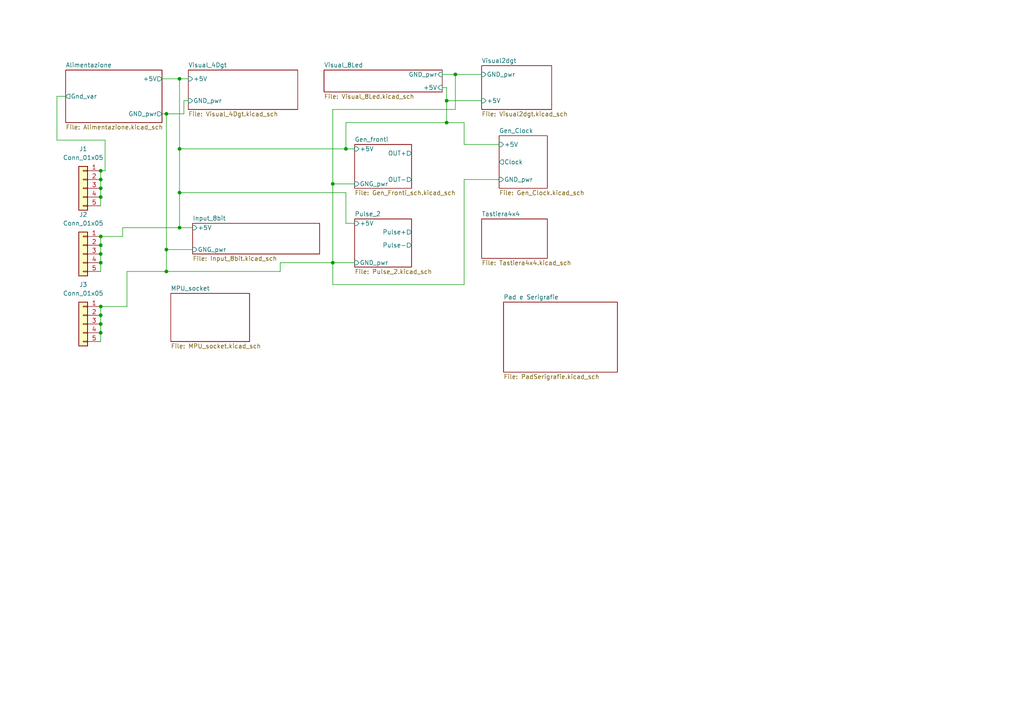
<source format=kicad_sch>
(kicad_sch (version 20211123) (generator eeschema)
  (paper "A4")
  (title_block (title "Progetto di DemoBoard per Elettronica Digitale") (date "2023-02-12") (rev "1") (company "Officine Einstein,  Roma") (comment 1 "IIS Einstein-Bachelet, Roma") (comment 3 "MP_23") (comment 4 "Laboratorio di Tecnologie e Progettazione di Sistemi Elettronici"))
  (lib_symbols
    (symbol "Connector_Generic:Conn_01x05" (pin_names (offset 1.016) hide)
      (property "Reference" "J" (at 0 7.62 0))
      (property "Value" "Conn_01x05" (at 0 -7.62 0))
      (symbol "Conn_01x05_1_1"
        (rectangle (start -1.27 -4.953) (end 0 -5.207) (stroke (width 0.1524)))
        (rectangle (start -1.27 -2.413) (end 0 -2.667) (stroke (width 0.1524)))
        (rectangle (start -1.27 0.127) (end 0 -0.127) (stroke (width 0.1524)))
        (rectangle (start -1.27 2.667) (end 0 2.413) (stroke (width 0.1524)))
        (rectangle (start -1.27 5.207) (end 0 4.953) (stroke (width 0.1524)))
        (rectangle (start -1.27 6.35) (end 1.27 -6.35) (stroke (width 0.254)) (fill (type background)))
        (pin passive line (at -5.08 5.08 0) (length 3.81) (name "Pin_1") (number "1"))
        (pin passive line (at -5.08 2.54 0) (length 3.81) (name "Pin_2") (number "2"))
        (pin passive line (at -5.08 0 0) (length 3.81) (name "Pin_3") (number "3"))
        (pin passive line (at -5.08 -2.54 0) (length 3.81) (name "Pin_4") (number "4"))
        (pin passive line (at -5.08 -5.08 0) (length 3.81) (name "Pin_5") (number "5"))
      )
    )
  )
  (junction (at 29.21 71.12))
  (junction (at 96.52 76.2))
  (junction (at 29.21 88.9))
  (junction (at 29.21 93.98))
  (junction (at 29.21 57.15))
  (junction (at 52.07 22.86))
  (junction (at 52.07 43.18))
  (junction (at 96.52 53.34))
  (junction (at 129.54 35.56))
  (junction (at 29.21 68.58))
  (junction (at 100.33 43.18))
  (junction (at 52.07 55.88))
  (junction (at 29.21 91.44))
  (junction (at 48.26 33.02))
  (junction (at 29.21 96.52))
  (junction (at 29.21 54.61))
  (junction (at 29.21 52.07))
  (junction (at 29.21 73.66))
  (junction (at 52.07 66.04))
  (junction (at 29.21 49.53))
  (junction (at 29.21 76.2))
  (junction (at 132.08 21.59))
  (junction (at 48.26 72.39))
  (junction (at 129.54 29.21))
  (junction (at 48.26 78.74))
  (wire (pts (xy 100.33 43.18) (xy 102.87 43.18)))
  (wire (pts (xy 48.26 78.74) (xy 36.83 78.74)))
  (wire (pts (xy 96.52 82.55) (xy 96.52 76.2)))
  (wire (pts (xy 134.62 82.55) (xy 96.52 82.55)))
  (wire (pts (xy 29.21 88.9) (xy 29.21 91.44)))
  (wire (pts (xy 96.52 53.34) (xy 96.52 76.2)))
  (wire (pts (xy 29.21 93.98) (xy 29.21 96.52)))
  (wire (pts (xy 16.51 40.64) (xy 30.48 40.64)))
  (wire (pts (xy 29.21 54.61) (xy 29.21 57.15)))
  (wire (pts (xy 81.28 78.74) (xy 48.26 78.74)))
  (wire (pts (xy 100.33 55.88) (xy 52.07 55.88)))
  (wire (pts (xy 48.26 33.02) (xy 48.26 72.39)))
  (wire (pts (xy 96.52 76.2) (xy 81.28 76.2)))
  (wire (pts (xy 30.48 49.53) (xy 29.21 49.53)))
  (wire (pts (xy 96.52 53.34) (xy 96.52 31.75)))
  (wire (pts (xy 35.56 68.58) (xy 29.21 68.58)))
  (wire (pts (xy 81.28 76.2) (xy 81.28 78.74)))
  (wire (pts (xy 52.07 22.86) (xy 54.61 22.86)))
  (wire (pts (xy 134.62 35.56) (xy 134.62 41.91)))
  (wire (pts (xy 132.08 21.59) (xy 128.27 21.59)))
  (wire (pts (xy 48.26 33.02) (xy 53.34 33.02)))
  (wire (pts (xy 132.08 31.75) (xy 132.08 21.59)))
  (wire (pts (xy 48.26 78.74) (xy 48.26 72.39)))
  (wire (pts (xy 29.21 52.07) (xy 29.21 54.61)))
  (wire (pts (xy 102.87 76.2) (xy 96.52 76.2)))
  (wire (pts (xy 100.33 35.56) (xy 100.33 43.18)))
  (wire (pts (xy 36.83 88.9) (xy 29.21 88.9)))
  (wire (pts (xy 100.33 64.77) (xy 100.33 55.88)))
  (wire (pts (xy 29.21 73.66) (xy 29.21 76.2)))
  (wire (pts (xy 52.07 55.88) (xy 52.07 66.04)))
  (wire (pts (xy 129.54 25.4) (xy 129.54 29.21)))
  (wire (pts (xy 19.05 27.94) (xy 16.51 27.94)))
  (wire (pts (xy 128.27 25.4) (xy 129.54 25.4)))
  (wire (pts (xy 46.99 33.02) (xy 48.26 33.02)))
  (wire (pts (xy 29.21 57.15) (xy 29.21 59.69)))
  (wire (pts (xy 53.34 29.21) (xy 54.61 29.21)))
  (wire (pts (xy 46.99 22.86) (xy 52.07 22.86)))
  (wire (pts (xy 134.62 52.07) (xy 134.62 82.55)))
  (wire (pts (xy 29.21 71.12) (xy 29.21 73.66)))
  (wire (pts (xy 30.48 40.64) (xy 30.48 49.53)))
  (wire (pts (xy 36.83 78.74) (xy 36.83 88.9)))
  (wire (pts (xy 52.07 22.86) (xy 52.07 43.18)))
  (wire (pts (xy 96.52 31.75) (xy 132.08 31.75)))
  (wire (pts (xy 29.21 68.58) (xy 29.21 71.12)))
  (wire (pts (xy 16.51 27.94) (xy 16.51 40.64)))
  (wire (pts (xy 129.54 29.21) (xy 139.7 29.21)))
  (wire (pts (xy 129.54 29.21) (xy 129.54 35.56)))
  (wire (pts (xy 102.87 64.77) (xy 100.33 64.77)))
  (wire (pts (xy 129.54 35.56) (xy 100.33 35.56)))
  (wire (pts (xy 29.21 91.44) (xy 29.21 93.98)))
  (wire (pts (xy 48.26 72.39) (xy 55.88 72.39)))
  (wire (pts (xy 102.87 53.34) (xy 96.52 53.34)))
  (wire (pts (xy 52.07 43.18) (xy 52.07 55.88)))
  (wire (pts (xy 29.21 76.2) (xy 29.21 78.74)))
  (wire (pts (xy 134.62 41.91) (xy 144.78 41.91)))
  (wire (pts (xy 52.07 66.04) (xy 55.88 66.04)))
  (wire (pts (xy 53.34 33.02) (xy 53.34 29.21)))
  (wire (pts (xy 52.07 43.18) (xy 100.33 43.18)))
  (wire (pts (xy 29.21 49.53) (xy 29.21 52.07)))
  (wire (pts (xy 132.08 21.59) (xy 139.7 21.59)))
  (wire (pts (xy 52.07 66.04) (xy 35.56 66.04)))
  (wire (pts (xy 134.62 52.07) (xy 144.78 52.07)))
  (wire (pts (xy 129.54 35.56) (xy 134.62 35.56)))
  (wire (pts (xy 35.56 66.04) (xy 35.56 68.58)))
  (wire (pts (xy 29.21 96.52) (xy 29.21 99.06)))
  (symbol (lib_id "Connector_Generic:Conn_01x05") (at 24.13 54.61 0) (mirror y) (unit 1)
    (property "Reference" "J1" (at 24.13 43.18 0))
    (property "Value" "Conn_01x05" (at 24.13 45.72 0))
  )
  (symbol (lib_id "Connector_Generic:Conn_01x05") (at 24.13 73.66 0) (mirror y) (unit 1)
    (property "Reference" "J2" (at 24.13 62.23 0))
    (property "Value" "Conn_01x05" (at 24.13 64.77 0))
  )
  (symbol (lib_id "Connector_Generic:Conn_01x05") (at 24.13 93.98 0) (mirror y) (unit 1)
    (property "Reference" "J3" (at 24.13 82.55 0))
    (property "Value" "Conn_01x05" (at 24.13 85.09 0))
  )
  (sheet (at 102.87 63.5) (size 16.51 13.97) (stroke (width 0.1524))
    (property "Sheet name" "Pulse_2" (at 102.87 62.7884 0) (effects (justify left bottom)))
    (property "Sheet file" "Pulse_2.kicad_sch" (at 102.87 78.0546 0) (effects (justify left top)))
    (pin "Pulse+" output (at 119.38 67.31 0))
    (pin "Pulse-" output (at 119.38 71.12 0))
    (pin "+5V" input (at 102.87 64.77 180))
    (pin "GND_pwr" input (at 102.87 76.2 180))
  )
  (sheet (at 146.05 87.63) (size 33.02 20.32) (stroke (width 0.1524))
    (property "Sheet name" "Pad e Serigrafie" (at 146.05 86.9184 0) (effects (justify left bottom)))
    (property "Sheet file" "PadSerigrafie.kicad_sch" (at 146.05 108.5346 0) (effects (justify left top)))
  )
  (sheet (at 102.87 41.91) (size 16.51 12.7) (stroke (width 0.1524))
    (property "Sheet name" "Gen_fronti" (at 102.87 41.1984 0) (effects (justify left bottom)))
    (property "Sheet file" "Gen_Fronti_sch.kicad_sch" (at 102.87 55.1946 0) (effects (justify left top)))
    (pin "GNG_pwr" input (at 102.87 53.34 180))
    (pin "+5V" input (at 102.87 43.18 180))
    (pin "OUT+" output (at 119.38 44.45 0))
    (pin "OUT-" output (at 119.38 52.07 0))
  )
  (sheet (at 54.61 20.32) (size 31.75 11.43) (stroke (width 0.1524))
    (property "Sheet name" "Visual_4Dgt" (at 54.61 19.6084 0) (effects (justify left bottom)))
    (property "Sheet file" "Visual_4Dgt.kicad_sch" (at 54.61 32.3346 0) (effects (justify left top)))
    (pin "GND_pwr" input (at 54.61 29.21 180))
    (pin "+5V" input (at 54.61 22.86 180))
  )
  (sheet (at 49.53 85.09) (size 22.86 13.97) (stroke (width 0.1524))
    (property "Sheet name" "MPU_socket" (at 49.53 84.3784 0) (effects (justify left bottom)))
    (property "Sheet file" "MPU_socket.kicad_sch" (at 49.53 99.6446 0) (effects (justify left top)))
  )
  (sheet (at 139.7 63.5) (size 19.05 11.43) (stroke (width 0.1524))
    (property "Sheet name" "Tastiera4x4" (at 139.7 62.7884 0) (effects (justify left bottom)))
    (property "Sheet file" "Tastiera4x4.kicad_sch" (at 139.7 75.5146 0) (effects (justify left top)))
  )
  (sheet (at 144.78 39.37) (size 13.97 15.24) (stroke (width 0.1524))
    (property "Sheet name" "Gen_Clock" (at 144.78 38.6584 0) (effects (justify left bottom)))
    (property "Sheet file" "Gen_Clock.kicad_sch" (at 144.78 55.1946 0) (effects (justify left top)))
    (pin "GND_pwr" input (at 144.78 52.07 180))
    (pin "Clock" output (at 144.78 46.99 180))
    (pin "+5V" input (at 144.78 41.91 180))
  )
  (sheet (at 139.7 19.05) (size 20.32 12.7) (stroke (width 0.1524))
    (property "Sheet name" "Visual2dgt" (at 139.7 18.3384 0) (effects (justify left bottom)))
    (property "Sheet file" "Visual2dgt.kicad_sch" (at 139.7 32.3346 0) (effects (justify left top)))
    (pin "GND_pwr" input (at 139.7 21.59 180))
    (pin "+5V" input (at 139.7 29.21 180))
  )
  (sheet (at 93.98 20.32) (size 34.29 6.35) (stroke (width 0.1524))
    (property "Sheet name" "Visual_8Led" (at 93.98 19.6084 0) (effects (justify left bottom)))
    (property "Sheet file" "Visual_8Led.kicad_sch" (at 93.98 27.2546 0) (effects (justify left top)))
    (pin "+5V" input (at 128.27 25.4 0))
    (pin "GND_pwr" input (at 128.27 21.59 0))
  )
  (sheet (at 55.88 64.77) (size 36.83 8.89) (stroke (width 0.1524))
    (property "Sheet name" "Input_8bit" (at 55.88 64.0584 0) (effects (justify left bottom)))
    (property "Sheet file" "Input_8bit.kicad_sch" (at 55.88 74.2446 0) (effects (justify left top)))
    (pin "+5V" input (at 55.88 66.04 180))
    (pin "GNG_pwr" input (at 55.88 72.39 180))
  )
  (sheet (at 19.05 20.32) (size 27.94 15.24) (stroke (width 0.1524))
    (property "Sheet name" "Alimentazione" (at 19.05 19.6084 0) (effects (justify left bottom)))
    (property "Sheet file" "Alimentazione.kicad_sch" (at 19.05 36.1446 0) (effects (justify left top)))
    (pin "GND_pwr" output (at 46.99 33.02 0))
    (pin "+5V" output (at 46.99 22.86 0))
    (pin "Gnd_var" output (at 19.05 27.94 180))
  )
)
</source>
